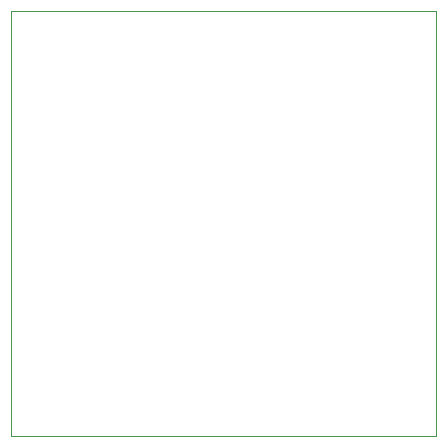
<source format=gko>
G04 Layer_Color=32768*
%FSLAX24Y24*%
%MOIN*%
G70*
G01*
G75*
%ADD85C,0.0039*%
D85*
X0Y0D02*
Y14173D01*
Y0D02*
X14173D01*
Y14173D01*
X0D02*
X14173D01*
M02*

</source>
